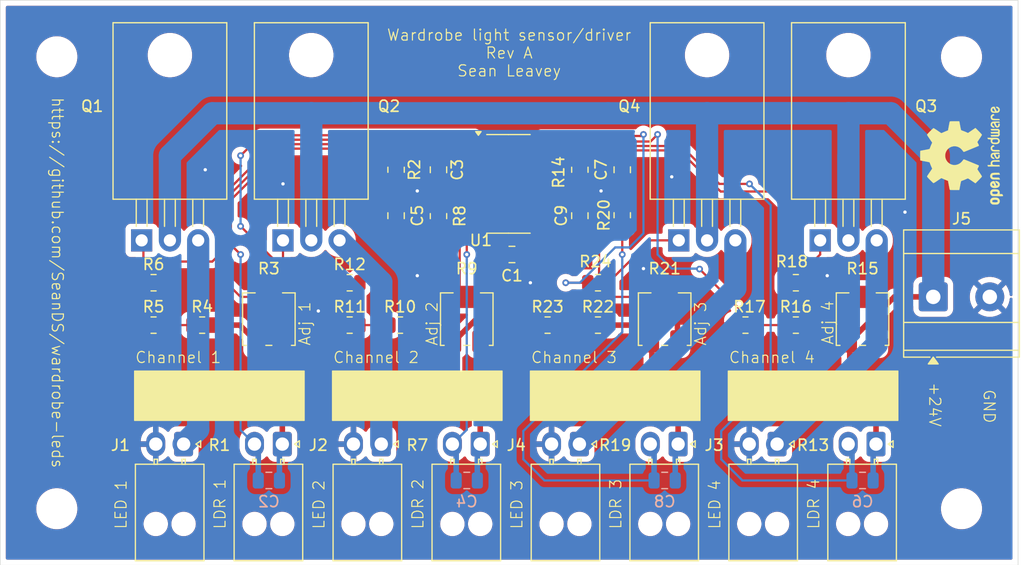
<source format=kicad_pcb>
(kicad_pcb (version 20241229) (generator "pcbnew") (generator_version "9.0")
  (title_block (title "Wardrobe light sensor/driver") (date "2025-08-01") (rev "A") (company "Sean Leavey") (comment 1 "https://github.com/SeanDS/wardrobe-leds"))
  (layers (0 "F.Cu" signal) (2 "B.Cu" signal) (13 "F.Paste" user) (15 "B.Paste" user) (5 "F.SilkS" user "F.Silkscreen") (7 "B.SilkS" user "B.Silkscreen") (1 "F.Mask" user) (3 "B.Mask" user) (25 "Edge.Cuts" user))
  (net 0 "")
  (net 1 "GND")
  (net 2 "+24V")
  (net 3 "Net-(U1A-+)")
  (net 4 "Net-(U1A--)")
  (net 5 "Net-(U1B-+)")
  (net 6 "Net-(U1B--)")
  (net 7 "Net-(U1C-+)")
  (net 8 "Net-(U1C--)")
  (net 9 "Net-(U1D-+)")
  (net 10 "Net-(U1D--)")
  (net 11 "Net-(J1-Pin_1)")
  (net 12 "Net-(J2-Pin_1)")
  (net 13 "Net-(J3-Pin_1)")
  (net 14 "Net-(J4-Pin_1)")
  (net 15 "Net-(Q1-G)")
  (net 16 "Net-(Q2-G)")
  (net 17 "Net-(Q3-G)")
  (net 18 "Net-(Q4-G)")
  (net 19 "Net-(R4-Pad1)")
  (net 20 "Net-(R10-Pad1)")
  (net 21 "Net-(R16-Pad1)")
  (net 22 "Net-(R22-Pad1)")
  (footprint "Potentiometer_SMD:Potentiometer_Bourns_3314J_Vertical" (layer "F.Cu") (at 170.18 109.95 180)
    (property "Reference" "R15" (at 0 4.54 0) (layer "F.SilkS"))
    (property "Value" "50k")
    (pad "1" smd roundrect (at 1.15 -2 180) (size 1.3 2) (layers "F.Cu" "F.Mask" "F.Paste") (roundrect_rratio 0.192308) (net 2 "+24V"))
    (pad "2" smd roundrect (at 0 2 180) (size 2 2) (layers "F.Cu" "F.Mask" "F.Paste") (roundrect_rratio 0.125) (net 8 "Net-(U1C--)"))
    (pad "3" smd roundrect (at -1.15 -2 180) (size 1.3 2) (layers "F.Cu" "F.Mask" "F.Paste") (roundrect_rratio 0.192308) (net 1 "GND"))
  )
  (footprint "Package_TO_SOT_THT:TO-220-3_Horizontal_TabDown" (layer "F.Cu") (at 118.11 102.87)
    (property "Reference" "Q2" (at 9.525 -12.065 0) (layer "F.SilkS"))
    (property "Value" "IRF540N")
    (pad "" np_thru_hole circle (at 2.54 -16.66) (size 3.5 3.5) (drill 3.5) (layers "*.Cu" "*.Mask"))
    (pad "1" thru_hole rect (at 0 0) (size 1.905 2) (drill 1.1) (layers "*.Cu" "*.Mask") (net 16 "Net-(Q2-G)"))
    (pad "2" thru_hole oval (at 2.54 0) (size 1.905 2) (drill 1.1) (layers "*.Cu" "*.Mask") (net 2 "+24V"))
    (pad "3" thru_hole oval (at 5.08 0) (size 1.905 2) (drill 1.1) (layers "*.Cu" "*.Mask") (net 12 "Net-(J2-Pin_1)"))
  )
  (footprint "Connector_Molex:Molex_Nano-Fit_105313-xx02_1x02_P2.50mm_Horizontal" (layer "F.Cu") (at 109.18 121.19 -90)
    (property "Reference" "J1" (at 0.095 5.675 180) (layer "F.SilkS"))
    (property "Value" "LED strip")
    (pad "" np_thru_hole circle (at 7.18 0 270) (size 1.7 1.7) (drill 1.7) (layers "*.Cu" "*.Mask"))
    (pad "" np_thru_hole circle (at 7.18 2.5 270) (size 1.7 1.7) (drill 1.7) (layers "*.Cu" "*.Mask"))
    (pad "1" thru_hole roundrect (at 0 0 270) (size 2.2 1.7) (drill 1.2) (layers "*.Cu" "*.Mask") (roundrect_rratio 0.147059) (net 11 "Net-(J1-Pin_1)"))
    (pad "2" thru_hole oval (at 0 2.5 270) (size 2.2 1.7) (drill 1.2) (layers "*.Cu" "*.Mask") (net 1 "GND"))
  )
  (footprint "Connector_Molex:Molex_Nano-Fit_105313-xx02_1x02_P2.50mm_Horizontal" (layer "F.Cu") (at 135.83 121.19 -90)
    (property "Reference" "R7" (at 0.095 5.655 180) (layer "F.SilkS"))
    (property "Value" "NSL-19M51")
    (pad "" np_thru_hole circle (at 7.18 0 270) (size 1.7 1.7) (drill 1.7) (layers "*.Cu" "*.Mask"))
    (pad "" np_thru_hole circle (at 7.18 2.5 270) (size 1.7 1.7) (drill 1.7) (layers "*.Cu" "*.Mask"))
    (pad "1" thru_hole roundrect (at 0 0 270) (size 2.2 1.7) (drill 1.2) (layers "*.Cu" "*.Mask") (roundrect_rratio 0.147059) (net 2 "+24V"))
    (pad "2" thru_hole oval (at 0 2.5 270) (size 2.2 1.7) (drill 1.2) (layers "*.Cu" "*.Mask") (net 5 "Net-(U1B-+)"))
  )
  (footprint "Resistor_SMD:R_0805_2012Metric" (layer "F.Cu") (at 164.1875 106.68 180)
    (property "Reference" "R18" (at 0.3575 1.905 0) (layer "F.SilkS"))
    (property "Value" "100R")
    (pad "1" smd roundrect (at -0.9125 0 180) (size 1.025 1.4) (layers "F.Cu" "F.Mask" "F.Paste") (roundrect_rratio 0.243902) (net 17 "Net-(Q3-G)"))
    (pad "2" smd roundrect (at 0.9125 0 180) (size 1.025 1.4) (layers "F.Cu" "F.Mask" "F.Paste") (roundrect_rratio 0.243902) (net 21 "Net-(R16-Pad1)"))
  )
  (footprint "Package_SO:SOIC-14_3.9x8.7mm_P1.27mm" (layer "F.Cu") (at 138.365 97.79)
    (property "Reference" "U1" (at -2.475 5.08 0) (layer "F.SilkS"))
    (property "Value" "LM339")
    (pad "1" smd roundrect (at -2.475 -3.81) (size 1.95 0.6) (layers "F.Cu" "F.Mask" "F.Paste") (net 20 "Net-(R10-Pad1)"))
    (pad "2" smd roundrect (at -2.475 -2.54) (size 1.95 0.6) (layers "F.Cu" "F.Mask" "F.Paste") (net 19 "Net-(R4-Pad1)"))
    (pad "3" smd roundrect (at -2.475 -1.27) (size 1.95 0.6) (layers "F.Cu" "F.Mask" "F.Paste") (net 2 "+24V"))
    (pad "4" smd roundrect (at -2.475 0) (size 1.95 0.6) (layers "F.Cu" "F.Mask" "F.Paste") (net 4 "Net-(U1A--)"))
    (pad "5" smd roundrect (at -2.475 1.27) (size 1.95 0.6) (layers "F.Cu" "F.Mask" "F.Paste") (net 3 "Net-(U1A-+)"))
    (pad "6" smd roundrect (at -2.475 2.54) (size 1.95 0.6) (layers "F.Cu" "F.Mask" "F.Paste") (net 6 "Net-(U1B--)"))
    (pad "7" smd roundrect (at -2.475 3.81) (size 1.95 0.6) (layers "F.Cu" "F.Mask" "F.Paste") (net 5 "Net-(U1B-+)"))
    (pad "8" smd roundrect (at 2.475 3.81) (size 1.95 0.6) (layers "F.Cu" "F.Mask" "F.Paste") (net 10 "Net-(U1D--)"))
    (pad "9" smd roundrect (at 2.475 2.54) (size 1.95 0.6) (layers "F.Cu" "F.Mask" "F.Paste") (net 9 "Net-(U1D-+)"))
    (pad "10" smd roundrect (at 2.475 1.27) (size 1.95 0.6) (layers "F.Cu" "F.Mask" "F.Paste") (net 8 "Net-(U1C--)"))
    (pad "11" smd roundrect (at 2.475 0) (size 1.95 0.6) (layers "F.Cu" "F.Mask" "F.Paste") (net 7 "Net-(U1C-+)"))
    (pad "12" smd roundrect (at 2.475 -1.27) (size 1.95 0.6) (layers "F.Cu" "F.Mask" "F.Paste") (net 1 "GND"))
    (pad "13" smd roundrect (at 2.475 -2.54) (size 1.95 0.6) (layers "F.Cu" "F.Mask" "F.Paste") (net 21 "Net-(R16-Pad1)"))
    (pad "14" smd roundrect (at 2.475 -3.81) (size 1.95 0.6) (layers "F.Cu" "F.Mask" "F.Paste") (net 22 "Net-(R22-Pad1)"))
  )
  (footprint "Capacitor_SMD:C_0805_2012Metric" (layer "F.Cu") (at 138.68 104.14)
    (property "Reference" "C1" (at 0 1.905 0) (layer "F.SilkS"))
    (property "Value" "1u")
    (pad "1" smd roundrect (at -0.95 0) (size 1 1.45) (layers "F.Cu" "F.Mask" "F.Paste") (net 2 "+24V"))
    (pad "2" smd roundrect (at 0.95 0) (size 1 1.45) (layers "F.Cu" "F.Mask" "F.Paste") (net 1 "GND"))
  )
  (footprint "MountingHole:MountingHole_3.2mm_M3" (layer "F.Cu") (at 179.07 86.36)
    (property "Reference" "H4" (hide yes))
    (property "Value" "Mounting hole" (hide yes))
    (pad "" np_thru_hole circle (at 0 0) (size 3.2 3.2) (drill 3.2) (layers "*.Cu" "*.Mask"))
  )
  (footprint "Resistor_SMD:R_0805_2012Metric" (layer "F.Cu") (at 124.1025 106.68)
    (property "Reference" "R12" (at 0 -1.65 0) (layer "F.SilkS"))
    (property "Value" "100R")
    (pad "1" smd roundrect (at -0.9125 0) (size 1.025 1.4) (layers "F.Cu" "F.Mask" "F.Paste") (roundrect_rratio 0.243902) (net 16 "Net-(Q2-G)"))
    (pad "2" smd roundrect (at 0.9125 0) (size 1.025 1.4) (layers "F.Cu" "F.Mask" "F.Paste") (roundrect_rratio 0.243902) (net 20 "Net-(R10-Pad1)"))
  )
  (footprint "Potentiometer_SMD:Potentiometer_Bourns_3314J_Vertical" (layer "F.Cu") (at 152.4 109.95 180)
    (property "Reference" "R21" (at 0 4.54 0) (layer "F.SilkS"))
    (property "Value" "50k")
    (pad "1" smd roundrect (at 1.15 -2 180) (size 1.3 2) (layers "F.Cu" "F.Mask" "F.Paste") (roundrect_rratio 0.192308) (net 2 "+24V"))
    (pad "2" smd roundrect (at 0 2 180) (size 2 2) (layers "F.Cu" "F.Mask" "F.Paste") (roundrect_rratio 0.125) (net 10 "Net-(U1D--)"))
    (pad "3" smd roundrect (at -1.15 -2 180) (size 1.3 2) (layers "F.Cu" "F.Mask" "F.Paste") (roundrect_rratio 0.192308) (net 1 "GND"))
  )
  (footprint "Connector_Molex:Molex_Nano-Fit_105313-xx02_1x02_P2.50mm_Horizontal" (layer "F.Cu") (at 126.94 121.19 -90)
    (property "Reference" "J2" (at 0.095 5.655 180) (layer "F.SilkS"))
    (property "Value" "LED strip")
    (pad "" np_thru_hole circle (at 7.18 0 270) (size 1.7 1.7) (drill 1.7) (layers "*.Cu" "*.Mask"))
    (pad "" np_thru_hole circle (at 7.18 2.5 270) (size 1.7 1.7) (drill 1.7) (layers "*.Cu" "*.Mask"))
    (pad "1" thru_hole roundrect (at 0 0 270) (size 2.2 1.7) (drill 1.2) (layers "*.Cu" "*.Mask") (roundrect_rratio 0.147059) (net 12 "Net-(J2-Pin_1)"))
    (pad "2" thru_hole oval (at 0 2.5 270) (size 2.2 1.7) (drill 1.2) (layers "*.Cu" "*.Mask") (net 1 "GND"))
  )
  (footprint "MountingHole:MountingHole_3.2mm_M3" (layer "F.Cu") (at 179.07 127)
    (property "Reference" "H2" (hide yes))
    (property "Value" "Mounting hole" (hide yes))
    (pad "" np_thru_hole circle (at 0 0) (size 3.2 3.2) (drill 3.2) (layers "*.Cu" "*.Mask"))
  )
  (footprint "Connector_Molex:Molex_Nano-Fit_105313-xx02_1x02_P2.50mm_Horizontal" (layer "F.Cu") (at 153.61 121.19 -90)
    (property "Reference" "R19" (at 0.095 5.655 180) (layer "F.SilkS"))
    (property "Value" "NSL-19M51")
    (pad "" np_thru_hole circle (at 7.18 0 270) (size 1.7 1.7) (drill 1.7) (layers "*.Cu" "*.Mask"))
    (pad "" np_thru_hole circle (at 7.18 2.5 270) (size 1.7 1.7) (drill 1.7) (layers "*.Cu" "*.Mask"))
    (pad "1" thru_hole roundrect (at 0 0 270) (size 2.2 1.7) (drill 1.2) (layers "*.Cu" "*.Mask") (roundrect_rratio 0.147059) (net 2 "+24V"))
    (pad "2" thru_hole oval (at 0 2.5 270) (size 2.2 1.7) (drill 1.2) (layers "*.Cu" "*.Mask") (net 9 "Net-(U1D-+)"))
  )
  (footprint "Potentiometer_SMD:Potentiometer_Bourns_3314J_Vertical" (layer "F.Cu") (at 116.84 109.95 180)
    (property "Reference" "R3" (at 0 4.54 0) (layer "F.SilkS"))
    (property "Value" "50k")
    (pad "1" smd roundrect (at 1.15 -2 180) (size 1.3 2) (layers "F.Cu" "F.Mask" "F.Paste") (roundrect_rratio 0.192308) (net 2 "+24V"))
    (pad "2" smd roundrect (at 0 2 180) (size 2 2) (layers "F.Cu" "F.Mask" "F.Paste") (roundrect_rratio 0.125) (net 4 "Net-(U1A--)"))
    (pad "3" smd roundrect (at -1.15 -2 180) (size 1.3 2) (layers "F.Cu" "F.Mask" "F.Paste") (roundrect_rratio 0.192308) (net 1 "GND"))
  )
  (footprint "MountingHole:MountingHole_3.2mm_M3" (layer "F.Cu") (at 97.79 127)
    (property "Reference" "H3" (hide yes))
    (property "Value" "Mounting hole" (hide yes))
    (pad "" np_thru_hole circle (at 0 0) (size 3.2 3.2) (drill 3.2) (layers "*.Cu" "*.Mask"))
  )
  (footprint "Package_TO_SOT_THT:TO-220-3_Horizontal_TabDown" (layer "F.Cu") (at 105.41 102.87)
    (property "Reference" "Q1" (at -4.445 -12.065 0) (layer "F.SilkS"))
    (property "Value" "IRF540N")
    (pad "" np_thru_hole circle (at 2.54 -16.66) (size 3.5 3.5) (drill 3.5) (layers "*.Cu" "*.Mask"))
    (pad "1" thru_hole rect (at 0 0) (size 1.905 2) (drill 1.1) (layers "*.Cu" "*.Mask") (net 15 "Net-(Q1-G)"))
    (pad "2" thru_hole oval (at 2.54 0) (size 1.905 2) (drill 1.1) (layers "*.Cu" "*.Mask") (net 2 "+24V"))
    (pad "3" thru_hole oval (at 5.08 0) (size 1.905 2) (drill 1.1) (layers "*.Cu" "*.Mask") (net 11 "Net-(J1-Pin_1)"))
  )
  (footprint "MountingHole:MountingHole_3.2mm_M3" (layer "F.Cu") (at 97.79 86.36)
    (property "Reference" "H1" (hide yes))
    (property "Value" "Mounting hole" (hide yes))
    (pad "" np_thru_hole circle (at 0 0) (size 3.2 3.2) (drill 3.2) (layers "*.Cu" "*.Mask"))
  )
  (footprint "Package_TO_SOT_THT:TO-220-3_Horizontal_TabDown" (layer "F.Cu") (at 166.37 102.87)
    (property "Reference" "Q3" (at 9.525 -12.065 0) (layer "F.SilkS"))
    (property "Value" "IRF540N")
    (pad "" np_thru_hole circle (at 2.54 -16.66) (size 3.5 3.5) (drill 3.5) (layers "*.Cu" "*.Mask"))
    (pad "1" thru_hole rect (at 0 0) (size 1.905 2) (drill 1.1) (layers "*.Cu" "*.Mask") (net 17 "Net-(Q3-G)"))
    (pad "2" thru_hole oval (at 2.54 0) (size 1.905 2) (drill 1.1) (layers "*.Cu" "*.Mask") (net 2 "+24V"))
    (pad "3" thru_hole oval (at 5.08 0) (size 1.905 2) (drill 1.1) (layers "*.Cu" "*.Mask") (net 13 "Net-(J3-Pin_1)"))
  )
  (footprint "Resistor_SMD:R_0805_2012Metric" (layer "F.Cu") (at 106.4825 106.68)
    (property "Reference" "R6" (at 0 -1.65 0) (layer "F.SilkS"))
    (property "Value" "100R")
    (pad "1" smd roundrect (at -0.9125 0) (size 1.025 1.4) (layers "F.Cu" "F.Mask" "F.Paste") (roundrect_rratio 0.243902) (net 15 "Net-(Q1-G)"))
    (pad "2" smd roundrect (at 0.9125 0) (size 1.025 1.4) (layers "F.Cu" "F.Mask" "F.Paste") (roundrect_rratio 0.243902) (net 19 "Net-(R4-Pad1)"))
  )
  (footprint "Resistor_SMD:R_0805_2012Metric" (layer "F.Cu") (at 164.1875 110.49)
    (property "Reference" "R16" (at 0 -1.65 0) (layer "F.SilkS"))
    (property "Value" "10k")
    (pad "1" smd roundrect (at -0.9125 0) (size 1.025 1.4) (layers "F.Cu" "F.Mask" "F.Paste") (roundrect_rratio 0.243902) (net 21 "Net-(R16-Pad1)"))
    (pad "2" smd roundrect (at 0.9125 0) (size 1.025 1.4) (layers "F.Cu" "F.Mask" "F.Paste") (roundrect_rratio 0.243902) (net 2 "+24V"))
  )
  (footprint "Capacitor_SMD:C_0805_2012Metric" (layer "F.Cu") (at 128.27 100.65 90)
    (property "Reference" "C5" (at 0 1.905 90) (layer "F.SilkS"))
    (property "Value" "1u")
    (pad "1" smd roundrect (at -0.95 0 90) (size 1 1.45) (layers "F.Cu" "F.Mask" "F.Paste") (net 6 "Net-(U1B--)"))
    (pad "2" smd roundrect (at 0.95 0 90) (size 1 1.45) (layers "F.Cu" "F.Mask" "F.Paste") (net 1 "GND"))
  )
  (footprint "Resistor_SMD:R_0805_2012Metric" (layer "F.Cu") (at 128.27 96.52 -90)
    (property "Reference" "R2" (at 0 -1.65 90) (layer "F.SilkS"))
    (property "Value" "100k")
    (pad "1" smd roundrect (at -0.9125 0 270) (size 1.025 1.4) (layers "F.Cu" "F.Mask" "F.Paste") (roundrect_rratio 0.243902) (net 3 "Net-(U1A-+)"))
    (pad "2" smd roundrect (at 0.9125 0 270) (size 1.025 1.4) (layers "F.Cu" "F.Mask" "F.Paste") (roundrect_rratio 0.243902) (net 1 "GND"))
  )
  (footprint "Resistor_SMD:R_0805_2012Metric" (layer "F.Cu") (at 144.78 96.52 -90)
    (property "Reference" "R14" (at 0.227064 1.905 90) (layer "F.SilkS"))
    (property "Value" "100k")
    (pad "1" smd roundrect (at -0.9125 0 270) (size 1.025 1.4) (layers "F.Cu" "F.Mask" "F.Paste") (roundrect_rratio 0.243902) (net 7 "Net-(U1C-+)"))
    (pad "2" smd roundrect (at 0.9125 0 270) (size 1.025 1.4) (layers "F.Cu" "F.Mask" "F.Paste") (roundrect_rratio 0.243902) (net 1 "GND"))
  )
  (footprint "Connector_Molex:Molex_Nano-Fit_105313-xx02_1x02_P2.50mm_Horizontal" (layer "F.Cu") (at 144.74 121.19 -90)
    (property "Reference" "J4" (at 0.095 5.675 180) (layer "F.SilkS"))
    (property "Value" "LED strip")
    (pad "" np_thru_hole circle (at 7.18 0 270) (size 1.7 1.7) (drill 1.7) (layers "*.Cu" "*.Mask"))
    (pad "" np_thru_hole circle (at 7.18 2.5 270) (size 1.7 1.7) (drill 1.7) (layers "*.Cu" "*.Mask"))
    (pad "1" thru_hole roundrect (at 0 0 270) (size 2.2 1.7) (drill 1.2) (layers "*.Cu" "*.Mask") (roundrect_rratio 0.147059) (net 14 "Net-(J4-Pin_1)"))
    (pad "2" thru_hole oval (at 0 2.5 270) (size 2.2 1.7) (drill 1.2) (layers "*.Cu" "*.Mask") (net 1 "GND"))
  )
  (footprint "Package_TO_SOT_THT:TO-220-3_Horizontal_TabDown" (layer "F.Cu") (at 153.67 102.87)
    (property "Reference" "Q4" (at -4.445 -12.065 0) (layer "F.SilkS"))
    (property "Value" "IRF540N")
    (pad "" np_thru_hole circle (at 2.54 -16.66) (size 3.5 3.5) (drill 3.5) (layers "*.Cu" "*.Mask"))
    (pad "1" thru_hole rect (at 0 0) (size 1.905 2) (drill 1.1) (layers "*.Cu" "*.Mask") (net 18 "Net-(Q4-G)"))
    (pad "2" thru_hole oval (at 2.54 0) (size 1.905 2) (drill 1.1) (layers "*.Cu" "*.Mask") (net 2 "+24V"))
    (pad "3" thru_hole oval (at 5.08 0) (size 1.905 2) (drill 1.1) (layers "*.Cu" "*.Mask") (net 14 "Net-(J4-Pin_1)"))
  )
  (footprint "Resistor_SMD:R_0805_2012Metric" (layer "F.Cu") (at 124.1025 110.49)
    (property "Reference" "R11" (at 0 -1.65 0) (layer "F.SilkS"))
    (property "Value" "100k")
    (pad "1" smd roundrect (at -0.9125 0) (size 1.025 1.4) (layers "F.Cu" "F.Mask" "F.Paste") (roundrect_rratio 0.243902) (net 1 "GND"))
    (pad "2" smd roundrect (at 0.9125 0) (size 1.025 1.4) (layers "F.Cu" "F.Mask" "F.Paste") (roundrect_rratio 0.243902) (net 20 "Net-(R10-Pad1)"))
  )
  (footprint "Resistor_SMD:R_0805_2012Metric" (layer "F.Cu") (at 106.4825 110.49)
    (property "Reference" "R5" (at 0 -1.65 0) (layer "F.SilkS"))
    (property "Value" "100k")
    (pad "1" smd roundrect (at -0.9125 0) (size 1.025 1.4) (layers "F.Cu" "F.Mask" "F.Paste") (roundrect_rratio 0.243902) (net 1 "GND"))
    (pad "2" smd roundrect (at 0.9125 0) (size 1.025 1.4) (layers "F.Cu" "F.Mask" "F.Paste") (roundrect_rratio 0.243902) (net 19 "Net-(R4-Pad1)"))
  )
  (footprint "Symbol:OSHW-Logo2_9.8x8mm_SilkScreen" (layer "F.Cu") (at 179.07 95.25 90)
    (property "Reference" "REF**" (hide yes))
    (property "Value" "OSHW-Logo2_9.8x8mm_SilkScreen" (hide yes))
  )
  (footprint "Capacitor_SMD:C_0805_2012Metric" (layer "F.Cu") (at 144.78 100.65 90)
    (property "Reference" "C9" (at 0 -1.68 90) (layer "F.SilkS"))
    (property "Value" "1u")
    (pad "1" smd roundrect (at -0.95 0 90) (size 1 1.45) (layers "F.Cu" "F.Mask" "F.Paste") (net 10 "Net-(U1D--)"))
    (pad "2" smd roundrect (at 0.95 0 90) (size 1 1.45) (layers "F.Cu" "F.Mask" "F.Paste") (net 1 "GND"))
  )
  (footprint "Capacitor_SMD:C_0805_2012Metric" (layer "F.Cu") (at 148.59 96.52 -90)
    (property "Reference" "C7" (at 0 1.905 90) (layer "F.SilkS"))
    (property "Value" "1u")
    (pad "1" smd roundrect (at -0.95 0 270) (size 1 1.45) (layers "F.Cu" "F.Mask" "F.Paste") (net 8 "Net-(U1C--)"))
    (pad "2" smd roundrect (at 0.95 0 270) (size 1 1.45) (layers "F.Cu" "F.Mask" "F.Paste") (net 1 "GND"))
  )
  (footprint "Connector_Molex:Molex_Nano-Fit_105313-xx02_1x02_P2.50mm_Horizontal" (layer "F.Cu") (at 162.5 121.19 -90)
    (property "Reference" "J3" (at 0.095 5.655 180) (layer "F.SilkS"))
    (property "Value" "LED strip")
    (pad "" np_thru_hole circle (at 7.18 0 270) (size 1.7 1.7) (drill 1.7) (layers "*.Cu" "*.Mask"))
    (pad "" np_thru_hole circle (at 7.18 2.5 270) (size 1.7 1.7) (drill 1.7) (layers "*.Cu" "*.Mask"))
    (pad "1" thru_hole roundrect (at 0 0 270) (size 2.2 1.7) (drill 1.2) (layers "*.Cu" "*.Mask") (roundrect_rratio 0.147059) (net 13 "Net-(J3-Pin_1)"))
    (pad "2" thru_hole oval (at 0 2.5 270) (size 2.2 1.7) (drill 1.2) (layers "*.Cu" "*.Mask") (net 1 "GND"))
  )
  (footprint "Resistor_SMD:R_0805_2012Metric" (layer "F.Cu") (at 146.4075 110.49)
    (property "Reference" "R22" (at 0 -1.65 0) (layer "F.SilkS"))
    (property "Value" "10k")
    (pad "1" smd roundrect (at -0.9125 0) (size 1.025 1.4) (layers "F.Cu" "F.Mask" "F.Paste") (roundrect_rratio 0.243902) (net 22 "Net-(R22-Pad1)"))
    (pad "2" smd roundrect (at 0.9125 0) (size 1.025 1.4) (layers "F.Cu" "F.Mask" "F.Paste") (roundrect_rratio 0.243902) (net 2 "+24V"))
  )
  (footprint "Resistor_SMD:R_0805_2012Metric" (layer "F.Cu") (at 148.59 100.6075 90)
    (property "Reference" "R20" (at 0 -1.65 90) (layer "F.SilkS"))
    (property "Value" "100k")
    (pad "1" smd roundrect (at -0.9125 0 90) (size 1.025 1.4) (layers "F.Cu" "F.Mask" "F.Paste") (roundrect_rratio 0.243902) (net 9 "Net-(U1D-+)"))
    (pad "2" smd roundrect (at 0.9125 0 90) (size 1.025 1.4) (layers "F.Cu" "F.Mask" "F.Paste") (roundrect_rratio 0.243902) (net 1 "GND"))
  )
  (footprint "Resistor_SMD:R_0805_2012Metric" (layer "F.Cu") (at 132.08 100.6875 90)
    (property "Reference" "R8" (at 0 1.905 90) (layer "F.SilkS"))
    (property "Value" "100k")
    (pad "1" smd roundrect (at -0.9125 0 90) (size 1.025 1.4) (layers "F.Cu" "F.Mask" "F.Paste") (roundrect_rratio 0.243902) (net 5 "Net-(U1B-+)"))
    (pad "2" smd roundrect (at 0.9125 0 90) (size 1.025 1.4) (layers "F.Cu" "F.Mask" "F.Paste") (roundrect_rratio 0.243902) (net 1 "GND"))
  )
  (footprint "Resistor_SMD:R_0805_2012Metric" (layer "F.Cu") (at 110.8475 110.49)
    (property "Reference" "R4" (at 0 -1.65 0) (layer "F.SilkS"))
    (property "Value" "10k")
    (pad "1" smd roundrect (at -0.9125 0) (size 1.025 1.4) (layers "F.Cu" "F.Mask" "F.Paste") (roundrect_rratio 0.243902) (net 19 "Net-(R4-Pad1)"))
    (pad "2" smd roundrect (at 0.9125 0) (size 1.025 1.4) (layers "F.Cu" "F.Mask" "F.Paste") (roundrect_rratio 0.243902) (net 2 "+24V"))
  )
  (footprint "Resistor_SMD:R_0805_2012Metric" (layer "F.Cu") (at 146.4075 106.68 180)
    (property "Reference" "R24" (at 0.227064 1.905 0) (layer "F.SilkS"))
    (property "Value" "100R")
    (pad "1" smd roundrect (at -0.9125 0 180) (size 1.025 1.4) (layers "F.Cu" "F.Mask" "F.Paste") (roundrect_rratio 0.243902) (net 18 "Net-(Q4-G)"))
    (pad "2" smd roundrect (at 0.9125 0 180) (size 1.025 1.4) (layers "F.Cu" "F.Mask" "F.Paste") (roundrect_rratio 0.243902) (net 22 "Net-(R22-Pad1)"))
  )
  (footprint "Resistor_SMD:R_0805_2012Metric" (layer "F.Cu") (at 159.6625 110.49)
    (property "Reference" "R17" (at 0.3575 -1.65 0) (layer "F.SilkS"))
    (property "Value" "100k")
    (pad "1" smd roundrect (at -0.9125 0) (size 1.025 1.4) (layers "F.Cu" "F.Mask" "F.Paste") (roundrect_rratio 0.243902) (net 1 "GND"))
    (pad "2" smd roundrect (at 0.9125 0) (size 1.025 1.4) (layers "F.Cu" "F.Mask" "F.Paste") (roundrect_rratio 0.243902) (net 21 "Net-(R16-Pad1)"))
  )
  (footprint "Resistor_SMD:R_0805_2012Metric" (layer "F.Cu") (at 141.8825 110.49)
    (property "Reference" "R23" (at 0 -1.65 0) (layer "F.SilkS"))
    (property "Value" "100k")
    (pad "1" smd roundrect (at -0.9125 0) (size 1.025 1.4) (layers "F.Cu" "F.Mask" "F.Paste") (roundrect_rratio 0.243902) (net 1 "GND"))
    (pad "2" smd roundrect (at 0.9125 0) (size 1.025 1.4) (layers "F.Cu" "F.Mask" "F.Paste") (roundrect_rratio 0.243902) (net 22 "Net-(R22-Pad1)"))
  )
  (footprint "Connector_Molex:Molex_Nano-Fit_105313-xx02_1x02_P2.50mm_Horizontal" (layer "F.Cu") (at 171.39 121.19 -90)
    (property "Reference" "R13" (at 0.095 5.655 180) (layer "F.SilkS"))
    (property "Value" "NSL-19M51")
    (pad "" np_thru_hole circle (at 7.18 0 270) (size 1.7 1.7) (drill 1.7) (layers "*.Cu" "*.Mask"))
    (pad "" np_thru_hole circle (at 7.18 2.5 270) (size 1.7 1.7) (drill 1.7) (layers "*.Cu" "*.Mask"))
    (pad "1" thru_hole roundrect (at 0 0 270) (size 2.2 1.7) (drill 1.2) (layers "*.Cu" "*.Mask") (roundrect_rratio 0.147059) (net 2 "+24V"))
    (pad "2" thru_hole oval (at 0 2.5 270) (size 2.2 1.7) (drill 1.2) (layers "*.Cu" "*.Mask") (net 7 "Net-(U1C-+)"))
  )
  (footprint "Potentiometer_SMD:Potentiometer_Bourns_3314J_Vertical" (layer "F.Cu") (at 134.62 109.95 180)
    (property "Reference" "R9" (at 0 4.54 0) (layer "F.SilkS"))
    (property "Value" "50k")
    (pad "1" smd roundrect (at 1.15 -2 180) (size 1.3 2) (layers "F.Cu" "F.Mask" "F.Paste") (roundrect_rratio 0.192308) (net 2 "+24V"))
    (pad "2" smd roundrect (at 0 2 180) (size 2 2) (layers "F.Cu" "F.Mask" "F.Paste") (roundrect_rratio 0.125) (net 6 "Net-(U1B--)"))
    (pad "3" smd roundrect (at -1.15 -2 180) (size 1.3 2) (layers "F.Cu" "F.Mask" "F.Paste") (roundrect_rratio 0.192308) (net 1 "GND"))
  )
  (footprint "Resistor_SMD:R_0805_2012Metric" (layer "F.Cu") (at 128.6275 110.49)
    (property "Reference" "R10" (at 0 -1.65 0) (layer "F.SilkS"))
    (property "Value" "10k")
    (pad "1" smd roundrect (at -0.9125 0) (size 1.025 1.4) (layers "F.Cu" "F.Mask" "F.Paste") (roundrect_rratio 0.243902) (net 20 "Net-(R10-Pad1)"))
    (pad "2" smd roundrect (at 0.9125 0) (size 1.025 1.4) (layers "F.Cu" "F.Mask" "F.Paste") (roundrect_rratio 0.243902) (net 2 "+24V"))
  )
  (footprint "TerminalBlock_Phoenix:TerminalBlock_Phoenix_MKDS-3-2-5.08_1x02_P5.08mm_Horizontal" (layer "F.Cu") (at 176.53 107.95)
    (property "Reference" "J5" (at 2.54 -7.02 0) (layer "F.SilkS"))
    (property "Value" "Power")
    (pad "1" thru_hole roundrect (at 0 0) (size 2.6 2.6) (drill 1.3) (layers "*.Cu" "*.Mask") (roundrect_rratio 0.096154) (net 2 "+24V"))
    (pad "2" thru_hole circle (at 5.08 0) (size 2.6 2.6) (drill 1.3) (layers "*.Cu" "*.Mask") (net 1 "GND"))
  )
  (footprint "Connector_Molex:Molex_Nano-Fit_105313-xx02_1x02_P2.50mm_Horizontal" (layer "F.Cu") (at 118.05 121.19 -90)
    (property "Reference" "R1" (at 0.095 5.655 180) (layer "F.SilkS"))
    (property "Value" "NSL-19M51")
    (pad "" np_thru_hole circle (at 7.18 0 270) (size 1.7 1.7) (drill 1.7) (layers "*.Cu" "*.Mask"))
    (pad "" np_thru_hole circle (at 7.18 2.5 270) (size 1.7 1.7) (drill 1.7) (layers "*.Cu" "*.Mask"))
    (pad "1" thru_hole roundrect (at 0 0 270) (size 2.2 1.7) (drill 1.2) (layers "*.Cu" "*.Mask") (roundrect_rratio 0.147059) (net 2 "+24V"))
    (pad "2" thru_hole oval (at 0 2.5 270) (size 2.2 1.7) (drill 1.2) (layers "*.Cu" "*.Mask") (net 3 "Net-(U1A-+)"))
  )
  (footprint "Capacitor_SMD:C_0805_2012Metric" (layer "F.Cu") (at 132.08 96.52 -90)
    (property "Reference" "C3" (at 0 -1.68 90) (layer "F.SilkS"))
    (property "Value" "1u")
    (pad "1" smd roundrect (at -0.95 0 270) (size 1 1.45) (layers "F.Cu" "F.Mask" "F.Paste") (net 4 "Net-(U1A--)"))
    (pad "2" smd roundrect (at 0.95 0 270) (size 1 1.45) (layers "F.Cu" "F.Mask" "F.Paste") (net 1 "GND"))
  )
  (footprint "Capacitor_SMD:C_0805_2012Metric" (layer "B.Cu") (at 170.18 124.46 180)
    (property "Reference" "C6" (at 0 -1.905 180) (layer "B.SilkS") (effects (justify mirror)))
    (property "Value" "1u")
    (pad "1" smd roundrect (at -0.95 0 180) (size 1 1.45) (layers "B.Cu" "B.Mask" "B.Paste") (net 2 "+24V"))
    (pad "2" smd roundrect (at 0.95 0 180) (size 1 1.45) (layers "B.Cu" "B.Mask" "B.Paste") (net 7 "Net-(U1C-+)"))
  )
  (footprint "Capacitor_SMD:C_0805_2012Metric" (layer "B.Cu") (at 116.84 124.46 180)
    (property "Reference" "C2" (at 0 -1.905 180) (layer "B.SilkS") (effects (justify mirror)))
    (property "Value" "1u")
    (pad "1" smd roundrect (at -0.95 0 180) (size 1 1.45) (layers "B.Cu" "B.Mask" "B.Paste") (net 2 "+24V"))
    (pad "2" smd roundrect (at 0.95 0 180) (size 1 1.45) (layers "B.Cu" "B.Mask" "B.Paste") (net 3 "Net-(U1A-+)"))
  )
  (footprint "Capacitor_SMD:C_0805_2012Metric" (layer "B.Cu") (at 134.62 124.46 180)
    (property "Reference" "C4" (at 0 -1.905 180) (layer "B.SilkS") (effects (justify mirror)))
    (property "Value" "1u")
    (pad "1" smd roundrect (at -0.95 0 180) (size 1 1.45) (layers "B.Cu" "B.Mask" "B.Paste") (net 2 "+24V"))
    (pad "2" smd roundrect (at 0.95 0 180) (size 1 1.45) (layers "B.Cu" "B.Mask" "B.Paste") (net 5 "Net-(U1B-+)"))
  )
  (footprint "Capacitor_SMD:C_0805_2012Metric" (layer "B.Cu") (at 152.4 124.46 180)
    (property "Reference" "C8" (at 0 -1.905 180) (layer "B.SilkS") (effects (justify mirror)))
    (property "Value" "1u")
    (pad "1" smd roundrect (at -0.95 0 180) (size 1 1.45) (layers "B.Cu" "B.Mask" "B.Paste") (net 2 "+24V"))
    (pad "2" smd roundrect (at 0.95 0 180) (size 1 1.45) (layers "B.Cu" "B.Mask" "B.Paste") (net 9 "Net-(U1D-+)"))
  )
  (gr_rect (start 122.555 114.6175) (end 137.795 119.0625) (stroke (width 0.1)) (fill yes) (layer "F.SilkS"))
  (gr_rect (start 158.115 114.6175) (end 173.355 119.0625) (stroke (width 0.1)) (fill yes) (layer "F.SilkS"))
  (gr_rect (start 140.335 114.6175) (end 155.575 119.0625) (stroke (width 0.1)) (fill yes) (layer "F.SilkS"))
  (gr_rect (start 104.775 114.6175) (end 120.015 119.0625) (stroke (width 0.1)) (fill yes) (layer "F.SilkS"))
  (gr_rect (start 92.71 81.28) (end 184.15 132.08) (stroke (width 0.05)) (fill no) (layer "Edge.Cuts"))
  (gr_text "LDR 4" (at 166.37 128.905 90) (layer "F.SilkS") (effects (font (size 1 1) (thickness 0.1)) (justify left bottom)))
  (gr_text "Adj 2" (at 132.08 112.395 90) (layer "F.SilkS") (effects (font (size 1 1) (thickness 0.1)) (justify left bottom)))
  (gr_text "+24V" (at 176.09 115.57 270) (layer "F.SilkS") (effects (font (size 1 1) (thickness 0.1)) (justify left bottom)))
  (gr_text "Channel 2" (at 122.555 113.9825 0) (layer "F.SilkS") (effects (font (size 1 1) (thickness 0.1)) (justify left bottom)))
  (gr_text "LED 1" (at 104.14 128.905 90) (layer "F.SilkS") (effects (font (size 1 1) (thickness 0.1)) (justify left bottom)))
  (gr_text "LDR 3" (at 148.59 128.905 90) (layer "F.SilkS") (effects (font (size 1 1) (thickness 0.1)) (justify left bottom)))
  (gr_text "LED 4" (at 157.48 128.905 90) (layer "F.SilkS") (effects (font (size 1 1) (thickness 0.1)) (justify left bottom)))
  (gr_text "LDR 1" (at 113.03 128.905 90) (layer "F.SilkS") (effects (font (size 1 1) (thickness 0.1)) (justify left bottom)))
  (gr_text "Channel 1" (at 104.775 113.9825 0) (layer "F.SilkS") (effects (font (size 1 1) (thickness 0.1)) (justify left bottom)))
  (gr_text "LDR 2" (at 130.81 128.905 90) (layer "F.SilkS") (effects (font (size 1 1) (thickness 0.1)) (justify left bottom)))
  (gr_text "Adj 1" (at 120.65 112.395 90) (layer "F.SilkS") (effects (font (size 1 1) (thickness 0.1)) (justify left bottom)))
  (gr_text "LED 2" (at 121.92 128.905 90) (layer "F.SilkS") (effects (font (size 1 1) (thickness 0.1)) (justify left bottom)))
  (gr_text "LED 3" (at 139.7 128.905 90) (layer "F.SilkS") (effects (font (size 1 1) (thickness 0.1)) (justify left bottom)))
  (gr_text "Channel 3" (at 140.335 113.9825 0) (layer "F.SilkS") (effects (font (size 1 1) (thickness 0.1)) (justify left bottom)))
  (gr_text "GND" (at 180.975 116.205 270) (layer "F.SilkS") (effects (font (size 1 1) (thickness 0.1)) (justify left bottom)))
  (gr_text "https://github.com/SeanDS/wardrobe-leds" (at 98.425 106.68 270) (layer "F.SilkS") (effects (font (size 1 1) (thickness 0.1)) (justify top)))
  (gr_text "Adj 4" (at 167.64 112.31 90) (layer "F.SilkS") (effects (font (size 1 1) (thickness 0.1)) (justify left bottom)))
  (gr_text "Channel 4" (at 158.115 113.9825 0) (layer "F.SilkS") (effects (font (size 1 1) (thickness 0.1)) (justify left bottom)))
  (gr_text "Adj 3" (at 156.21 112.395 90) (layer "F.SilkS") (effects (font (size 1 1) (thickness 0.1)) (justify left bottom)))
  (gr_text "${TITLE}\nRev ${REVISION}\n${COMPANY}" (at 138.43 83.82 0) (layer "F.SilkS") (effects (font (size 1 1) (thickness 0.1)) (justify top)))
  (via (at 153.035 97.155) (size 0.6) (drill 0.3) (layers "F.Cu" "B.Cu") (net 1))
  (via (at 121.285 109.22) (size 0.6) (drill 0.3) (layers "F.Cu" "B.Cu") (net 1))
  (via (at 130.175 106.045) (size 0.6) (drill 0.3) (layers "F.Cu" "B.Cu") (net 1))
  (via (at 118.11 97.79) (size 0.6) (drill 0.3) (layers "F.Cu" "B.Cu") (net 1))
  (via (at 173.99 100.33) (size 0.6) (drill 0.3) (layers "F.Cu" "B.Cu") (net 1))
  (via (at 130.175 98.425) (size 0.6) (drill 0.3) (layers "F.Cu" "B.Cu") (net 1))
  (via (at 111.125 96.52) (size 0.6) (drill 0.3) (layers "F.Cu" "B.Cu") (net 1))
  (via (at 140.335 106.68) (size 0.6) (drill 0.3) (layers "F.Cu" "B.Cu") (net 1))
  (via (at 150.495 105.41) (size 0.6) (drill 0.3) (layers "F.Cu" "B.Cu") (net 1))
  (via (at 146.685 98.425) (size 0.6) (drill 0.3) (layers "F.Cu" "B.Cu") (net 1))
  (via (at 167.005 106.045) (size 0.6) (drill 0.3) (layers "F.Cu" "B.Cu") (net 1))
  (segment (start 167.57 110.49) (end 165.1 110.49) (width 0.5) (layer "F.Cu") (net 2))
  (segment (start 176.53 107.95) (end 173.03 107.95) (width 0.5) (layer "F.Cu") (net 2))
  (segment (start 151.25 111.95) (end 149.79 110.49) (width 0.5) (layer "F.Cu") (net 2))
  (segment (start 153.61 116.265) (end 153.67 116.205) (width 0.5) (layer "F.Cu") (net 2))
  (segment (start 117.79 120.93) (end 118.05 121.19) (width 0.2) (layer "F.Cu") (net 2))
  (segment (start 137.73 97.385001) (end 136.864999 96.52) (width 0.5) (layer "F.Cu") (net 2))
  (segment (start 151.25 116.205) (end 153.67 116.205) (width 0.5) (layer "F.Cu") (net 2))
  (segment (start 153.61 121.19) (end 153.61 116.265) (width 0.5) (layer "F.Cu") (net 2))
  (segment (start 115.69 111.95) (end 115.69 113.785) (width 0.5) (layer "F.Cu") (net 2))
  (segment (start 118.05 121.19) (end 118.05 116.265) (width 0.5) (layer "F.Cu") (net 2))
  (segment (start 153.67 116.205) (end 169.03 116.205) (width 0.5) (layer "F.Cu") (net 2))
  (segment (start 133.47 111.95) (end 133.47 116.205) (width 0.5) (layer "F.Cu") (net 2))
  (segment (start 169.03 111.95) (end 169.03 116.205) (width 0.5) (layer "F.Cu") (net 2))
  (segment (start 169.03 111.95) (end 167.57 110.49) (width 0.5) (layer "F.Cu") (net 2))
  (segment (start 133.47 116.205) (end 135.89 116.205) (width 0.5) (layer "F.Cu") (net 2))
  (segment (start 129.54 110.49) (end 132.01 110.49) (width 0.5) (layer "F.Cu") (net 2))
  (segment (start 115.69 113.785) (end 118.11 116.205) (width 0.5) (layer "F.Cu") (net 2))
  (segment (start 135.89 116.205) (end 151.25 116.205) (width 0.5) (layer "F.Cu") (net 2))
  (segment (start 149.79 110.49) (end 147.32 110.49) (width 0.5) (layer "F.Cu") (net 2))
  (segment (start 135.83 116.265) (end 135.89 116.205) (width 0.5) (layer "F.Cu") (net 2))
  (segment (start 133.47 111.95) (end 133.16 111.95) (width 0.5) (layer "F.Cu") (net 2))
  (segment (start 136.864999 96.52) (end 135.89 96.52) (width 0.5) (layer "F.Cu") (net 2))
  (segment (start 171.39 118.565) (end 169.03 116.205) (width 0.5) (layer "F.Cu") (net 2))
  (segment (start 132.01 110.49) (end 133.47 111.95) (width 0.5) (layer "F.Cu") (net 2))
  (segment (start 118.11 116.205) (end 133.47 116.205) (width 0.5) (layer "F.Cu") (net 2))
  (segment (start 118.05 116.265) (end 118.11 116.205) (width 0.5) (layer "F.Cu") (net 2))
  (segment (start 171.39 121.19) (end 171.39 118.565) (width 0.5) (layer "F.Cu") (net 2))
  (segment (start 173.03 107.95) (end 169.03 111.95) (width 0.5) (layer "F.Cu") (net 2))
  (segment (start 137.73 107.69) (end 137.73 104.14) (width 0.5) (layer "F.Cu") (net 2))
  (segment (start 133.47 111.95) (end 137.73 107.69) (width 0.5) (layer "F.Cu") (net 2))
  (segment (start 114.23 110.49) (end 111.76 110.49) (width 0.5) (layer "F.Cu") (net 2))
  (segment (start 115.69 111.95) (end 114.23 110.49) (width 0.5) (layer "F.Cu") (net 2))
  (segment (start 151.25 111.95) (end 151.25 116.205) (width 0.5) (layer "F.Cu") (net 2))
  (segment (start 137.73 104.14) (end 137.73 97.385001) (width 0.5) (layer "F.Cu") (net 2))
  (segment (start 135.83 121.19) (end 135.83 116.265) (width 0.5) (layer "F.Cu") (net 2))
  (segment (start 111.76 91.44) (end 120.65 91.44) (width 2) (layer "B.Cu") (net 2))
  (segment (start 161.29 91.44) (end 165.1 91.44) (width 2) (layer "B.Cu") (net 2))
  (segment (start 156.21 102.87) (end 156.21 91.44) (width 2) (layer "B.Cu") (net 2))
  (segment (start 120.65 97.79) (end 120.65 95.25) (width 2) (layer "B.Cu") (net 2))
  (segment (start 107.95 102.87) (end 107.95 95.25) (width 2) (layer "B.Cu") (net 2))
  (segment (start 168.91 95.25) (end 168.91 102.87) (width 2) (layer "B.Cu") (net 2))
  (segment (start 176.53 107.95) (end 176.53 95.25) (width 2) (layer "B.Cu") (net 2))
  (segment (start 168.91 102.87) (end 168.91 91.44) (width 2) (layer "B.Cu") (net 2))
  (segment (start 107.95 95.25) (end 111.76 91.44) (width 2) (layer "B.Cu") (net 2))
  (segment (start 176.53 95.25) (end 172.72 91.44) (width 2) (layer "B.Cu") (net 2))
  (segment (start 135.57 121.45) (end 135.83 121.19) (width 0.5) (layer "B.Cu") (net 2))
  (segment (start 117.79 124.46) (end 117.79 121.45) (width 0.5) (layer "B.Cu") (net 2))
  (segment (start 171.13 121.45) (end 171.39 121.19) (width 0.5) (layer "B.Cu") (net 2))
  (segment (start 172.72 91.44) (end 168.91 91.44) (width 2) (layer "B.Cu") (net 2))
  (segment (start 120.65 97.79) (end 120.65 91.44) (width 2) (layer "B.Cu") (net 2))
  (segment (start 153.35 124.46) (end 153.35 121.45) (width 0.5) (layer "B.Cu") (net 2))
  (segment (start 120.65 102.87) (end 120.65 97.79) (width 2) (layer "B.Cu") (net 2))
  (segment (start 147.32 91.44) (end 156.21 91.44) (width 2) (layer "B.Cu") (net 2))
  (segment (start 168.91 91.44) (end 161.29 91.44) (width 2) (layer "B.Cu") (net 2))
  (segment (start 153.35 121.45) (end 153.61 121.19) (width 0.5) (layer "B.Cu") (net 2))
  (segment (start 127 91.44) (end 147.32 91.44) (width 2) (layer "B.Cu") (net 2))
  (segment (start 156.21 91.44) (end 161.29 91.44) (width 2) (layer "B.Cu") (net 2))
  (segment (start 171.13 124.46) (end 171.13 121.45) (width 0.5) (layer "B.Cu") (net 2))
  (segment (start 124.46 91.44) (end 127 91.44) (width 2) (layer "B.Cu") (net 2))
  (segment (start 135.57 124.46) (end 135.57 121.45) (width 0.5) (layer "B.Cu") (net 2))
  (segment (start 117.79 121.45) (end 118.05 121.19) (width 0.5) (layer "B.Cu") (net 2))
  (segment (start 120.65 91.44) (end 127 91.44) (width 2) (layer "B.Cu") (net 2))
  (segment (start 118.0361 94.621) (end 113.431 99.2261) (width 0.2) (layer "F.Cu") (net 3))
  (segment (start 135.18116 99.06) (end 135.89 99.06) (width 0.2) (layer "F.Cu") (net 3))
  (segment (start 127.006 94.621) (end 118.0361 94.621) (width 0.2) (layer "F.Cu") (net 3))
  (segment (start 113.431 103.271) (end 114.3 104.14) (width 0.2) (layer "F.Cu") (net 3))
  (segment (start 129.3315 96.669) (end 132.79016 96.669) (width 0.2) (layer "F.Cu") (net 3))
  (segment (start 115.89 120.85) (end 115.55 121.19) (width 0.2) (layer "F.Cu") (net 3))
  (segment (start 113.431 99.2261) (end 113.431 103.271) (width 0.2) (layer "F.Cu") (net 3))
  (segment (start 128.27 95.6075) (end 129.3315 96.669) (width 0.2) (layer "F.Cu") (net 3))
  (segment (start 127.9925 95.6075) (end 127.006 94.621) (width 0.2) (layer "F.Cu") (net 3))
  (segment (start 128.27 95.6075) (end 127.9925 95.6075) (width 0.2) (layer "F.Cu") (net 3))
  (segment (start 132.79016 96.669) (end 135.18116 99.06) (width 0.2) (layer "F.Cu") (net 3))
  (via (at 114.3 104.14) (size 0.6) (drill 0.3) (layers "F.Cu" "B.Cu") (net 3))
  (segment (start 114.3 119.94) (end 114.3 104.14) (width 0.2) (layer "B.Cu") (net 3))
  (segment (start 115.89 121.53) (end 115.55 121.19) (width 0.5) (layer "B.Cu") (net 3))
  (segment (start 115.89 124.46) (end 115.89 121.53) (width 0.5) (layer "B.Cu") (net 3))
  (segment (start 115.55 121.19) (end 114.3 119.94) (width 0.2) (layer "B.Cu") (net 3))
  (segment (start 132.08 95.57) (end 130.73 94.22) (width 0.2) (layer "F.Cu") (net 4))
  (segment (start 114.3 107.95) (end 116.84 107.95) (width 0.2) (layer "F.Cu") (net 4))
  (segment (start 130.73 94.22) (end 117.87 94.22) (width 0.2) (layer "F.Cu") (net 4))
  (segment (start 134.62 97.79) (end 135.89 97.79) (width 0.2) (layer "F.Cu") (net 4))
  (segment (start 113.03 99.06) (end 113.03 106.68) (width 0.2) (layer "F.Cu") (net 4))
  (segment (start 113.03 106.68) (end 114.3 107.95) (width 0.2) (layer "F.Cu") (net 4))
  (segment (start 132.4 95.57) (end 134.62 97.79) (width 0.2) (layer "F.Cu") (net 4))
  (segment (start 117.87 94.22) (end 113.03 99.06) (width 0.2) (layer "F.Cu") (net 4))
  (segment (start 132.08 95.57) (end 132.4 95.57) (width 0.2) (layer "F.Cu") (net 4))
  (segment (start 132.08 101.6) (end 134.62 101.6) (width 0.2) (layer "F.Cu") (net 5))
  (segment (start 134.62 104.14) (end 134.62 101.6) (width 0.2) (layer "F.Cu") (net 5))
  (segment (start 134.62 101.6) (end 135.89 101.6) (width 0.2) (layer "F.Cu") (net 5))
  (via (at 134.62 104.14) (size 0.6) (drill 0.3) (layers "F.Cu" "B.Cu") (net 5))
  (segment (start 133.33 121.19) (end 134.62 119.9) (width 0.2) (layer "B.Cu") (net 5))
  (segment (start 134.62 119.9) (end 134.62 104.14) (width 0.2) (layer "B.Cu") (net 5))
  (segment (start 133.67 124.46) (end 133.67 121.53) (width 0.5) (layer "B.Cu") (net 5))
  (segment (start 133.67 121.53) (end 133.33 121.19) (width 0.5) (layer "B.Cu") (net 5))
  (segment (start 135.4335 100.7865) (end 135.89 100.33) (width 0.2) (layer "F.Cu") (net 6))
  (segment (start 128.27 101.6) (end 129.0835 100.7865) (width 0.2) (layer "F.Cu") (net 6))
  (segment (start 129.0835 100.7865) (end 135.4335 100.7865) (width 0.2) (layer "F.Cu") (net 6))
  (segment (start 129.54 102.87) (end 133.35 102.87) (width 0.2) (layer "F.Cu") (net 6))
  (segment (start 133.35 102.87) (end 133.985 103.505) (width 0.2) (layer "F.Cu") (net 6))
  (segment (start 128.27 101.6) (end 129.54 102.87) (width 0.2) (layer "F.Cu") (net 6))
  (segment (start 133.985 103.505) (end 133.985 107.315) (width 0.2) (layer "F.Cu") (net 6))
  (segment (start 133.985 107.315) (end 134.62 107.95) (width 0.2) (layer "F.Cu") (net 6))
  (segment (start 153.9 94.381) (end 157.309 97.79) (width 0.2) (layer "F.Cu") (net 7))
  (segment (start 144.4225 95.6075) (end 142.24 97.79) (width 0.2) (layer "F.Cu") (net 7))
  (segment (start 157.309 97.79) (end 160.02 97.79) (width 0.2) (layer "F.Cu") (net 7))
  (segment (start 144.78 95.6075) (end 144.4225 95.6075) (width 0.2) (layer "F.Cu") (net 7))
  (segment (start 142.24 97.79) (end 140.84 97.79) (width 0.2) (layer "F.Cu") (net 7))
  (segment (start 146.0065 94.381) (end 153.9 94.381) (width 0.2) (layer "F.Cu") (net 7))
  (segment (start 144.78 95.6075) (end 146.0065 94.381) (width 0.2) (layer "F.Cu") (net 7))
  (via (at 160.02 97.79) (size 0.6) (drill 0.3) (layers "F.Cu" "B.Cu") (net 7))
  (segment (start 159.385 124.46) (end 157.48 122.555) (width 0.2) (layer "B.Cu") (net 7))
  (segment (start 157.48 120.015) (end 159.385 118.11) (width 0.2) (layer "B.Cu") (net 7))
  (segment (start 159.385 118.11) (end 160.051 117.444) (width 0.2) (layer "B.Cu") (net 7))
  (segment (start 169.23 121.53) (end 168.89 121.19) (width 0.5) (layer "B.Cu") (net 7))
  (segment (start 169.23 124.46) (end 169.23 121.53) (width 0.5) (layer "B.Cu") (net 7))
  (segment (start 161.925 99.695) (end 160.02 97.79) (width 0.2) (layer "B.Cu") (net 7))
  (segment (start 161.925 115.57) (end 161.925 99.695) (width 0.2) (layer "B.Cu") (net 7))
  (segment (start 169.23 124.46) (end 159.385 124.46) (width 0.2) (layer "B.Cu") (net 7))
  (segment (start 159.385 118.11) (end 161.925 115.57) (width 0.2) (layer "B.Cu") (net 7))
  (segment (start 157.48 122.555) (end 157.48 120.015) (width 0.2) (layer "B.Cu") (net 7))
  (segment (start 157.42845 98.47655) (end 153.7339 94.782) (width 0.2) (layer "F.Cu") (net 8))
  (segment (start 164.2865 107.36516) (end 164.2865 100.7865) (width 0.2) (layer "F.Cu") (net 8))
  (segment (start 149.378 94.782) (end 148.59 95.57) (width 0.2) (layer "F.Cu") (net 8))
  (segment (start 147.739 96.421) (end 144.29284 96.421) (width 0.2) (layer "F.Cu") (net 8))
  (segment (start 141.65384 99.06) (end 140.84 99.06) (width 0.2) (layer "F.Cu") (net 8))
  (segment (start 170.18 107.95) (end 164.87134 107.95) (width 0.2) (layer "F.Cu") (net 8))
  (segment (start 164.2865 100.7865) (end 161.97655 98.47655) (width 0.2) (layer "F.Cu") (net 8))
  (segment (start 161.97655 98.47655) (end 157.42845 98.47655) (width 0.2) (layer "F.Cu") (net 8))
  (segment (start 153.7339 94.782) (end 149.378 94.782) (width 0.2) (layer "F.Cu") (net 8))
  (segment (start 144.29284 96.421) (end 141.65384 99.06) (width 0.2) (layer "F.Cu") (net 8))
  (segment (start 148.59 95.57) (end 147.739 96.421) (width 0.2) (layer "F.Cu") (net 8))
  (segment (start 164.87134 107.95) (end 164.2865 107.36516) (width 0.2) (layer "F.Cu") (net 8))
  (segment (start 147.699999 100.629999) (end 148.59 101.52) (width 0.2) (layer "F.Cu") (net 9))
  (segment (start 148.59 104.14) (end 148.37634 104.14) (width 0.2) (layer "F.Cu") (net 9))
  (segment (start 151.45 120.85) (end 151.11 121.19) (width 0.2) (layer "F.Cu") (net 9))
  (segment (start 148.59 101.52) (end 148.59 104.14) (width 0.2) (layer "F.Cu") (net 9))
  (segment (start 141.139999 100.629999) (end 147.699999 100.629999) (width 0.2) (layer "F.Cu") (net 9))
  (segment (start 140.84 100.33) (end 141.139999 100.629999) (width 0.2) (layer "F.Cu") (net 9))
  (via (at 148.59 104.14) (size 0.6) (drill 0.3) (layers "F.Cu" "B.Cu") (net 9))
  (segment (start 139.7 122.555) (end 139.7 120.015) (width 0.2) (layer "B.Cu") (net 9))
  (segment (start 151.45 124.46) (end 151.45 121.53) (width 0.5) (layer "B.Cu") (net 9))
  (segment (start 151.45 121.53) (end 151.11 121.19) (width 0.5) (layer "B.Cu") (net 9))
  (segment (start 151.45 124.46) (end 141.605 124.46) (width 0.2) (layer "B.Cu") (net 9))
  (segment (start 139.7 120.015) (end 148.59 111.125) (width 0.2) (layer "B.Cu") (net 9))
  (segment (start 141.605 124.46) (end 139.7 122.555) (width 0.2) (layer "B.Cu") (net 9))
  (segment (start 148.59 111.125) (end 148.59 104.14) (width 0.2) (layer "B.Cu") (net 9))
  (segment (start 144.78 101.6) (end 140.84 101.6) (width 0.2) (layer "F.Cu") (net 10))
  (segment (start 146.5065 107.36516) (end 147.09134 107.95) (width 0.2) (layer "F.Cu") (net 10))
  (segment (start 146.5065 103.3265) (end 146.5065 107.36516) (width 0.2) (layer "F.Cu") (net 10))
  (segment (start 147.09134 107.95) (end 152.4 107.95) (width 0.2) (layer "F.Cu") (net 10))
  (segment (start 144.78 101.6) (end 146.5065 103.3265) (width 0.2) (layer "F.Cu") (net 10))
  (segment (start 109.18 121.19) (end 110.49 119.88) (width 2) (layer "B.Cu") (net 11))
  (segment (start 110.49 119.88) (end 110.49 102.87) (width 2) (layer "B.Cu") (net 11))
  (segment (start 126.94 106.62) (end 123.19 102.87) (width 2) (layer "B.Cu") (net 12))
  (segment (start 126.94 121.19) (end 126.94 106.62) (width 2) (layer "B.Cu") (net 12))
  (segment (start 162.5 121.19) (end 171.45 112.24) (width 2) (layer "B.Cu") (net 13))
  (segment (start 171.45 112.24) (end 171.45 102.87) (width 2) (layer "B.Cu") (net 13))
  (segment (start 158.75 107.18) (end 158.75 102.87) (width 2) (layer "B.Cu") (net 14))
  (segment (start 144.74 121.19) (end 158.75 107.18) (width 2) (layer "B.Cu") (net 14))
  (segment (start 105.57 103.03) (end 105.41 102.87) (width 0.2) (layer "F.Cu") (net 15))
  (segment (start 105.57 106.68) (end 105.57 103.03) (width 0.2) (layer "F.Cu") (net 15))
  (segment (start 120.5471 107.28) (end 118.11 104.8429) (width 0.2) (layer "F.Cu") (net 16))
  (segment (start 121.92 107.28) (end 120.5471 107.28) (width 0.2) (layer "F.Cu") (net 16))
  (segment (start 118.11 104.8429) (end 118.11 102.87) (width 0.2) (layer "F.Cu") (net 16))
  (segment (start 123.19 106.68) (end 122.52 106.68) (width 0.2) (layer "F.Cu") (net 16))
  (segment (start 122.52 106.68) (end 121.92 107.28) (width 0.2) (layer "F.Cu") (net 16))
  (segment (start 165.1 105.41) (end 166.37 104.14) (width 0.2) (layer "F.Cu") (net 17))
  (segment (start 165.1 106.68) (end 165.1 105.41) (width 0.2) (layer "F.Cu") (net 17))
  (segment (start 166.37 104.14) (end 166.37 102.87) (width 0.2) (layer "F.Cu") (net 17))
  (segment (start 147.32 106.68) (end 151.13 102.87) (width 0.2) (layer "F.Cu") (net 18))
  (segment (start 151.13 102.87) (end 153.67 102.87) (width 0.2) (layer "F.Cu") (net 18))
  (segment (start 107.395 110.49) (end 107.395 106.68) (width 0.2) (layer "F.Cu") (net 19))
  (segment (start 107.395 105.41) (end 107.395 106.68) (width 0.2) (layer "F.Cu") (net 19))
  (segment (start 133.36016 93.819) (end 117.7039 93.819) (width 0.2) (layer "F.Cu") (net 19))
  (segment (start 134.79116 95.25) (end 133.36016 93.819) (width 0.2) (layer "F.Cu") (net 19))
  (segment (start 112.629 98.8939) (end 112.629 103.906) (width 0.2) (layer "F.Cu") (net 19))
  (segment (start 117.7039 93.819) (end 112.629 98.8939) (width 0.2) (layer "F.Cu") (net 19))
  (segment (start 108.03 104.775) (end 107.395 105.41) (width 0.2) (layer "F.Cu") (net 19))
  (segment (start 135.89 95.25) (end 134.79116 95.25) (width 0.2) (layer "F.Cu") (net 19))
  (segment (start 111.76 104.775) (end 108.03 104.775) (width 0.2) (layer "F.Cu") (net 19))
  (segment (start 112.629 103.906) (end 111.76 104.775) (width 0.2) (layer "F.Cu") (net 19))
  (segment (start 107.395 110.49) (end 109.935 110.49) (width 0.2) (layer "F.Cu") (net 19))
  (segment (start 135.328 93.418) (end 116.132 93.418) (width 0.2) (layer "F.Cu") (net 20))
  (segment (start 124.014 107.681) (end 120.381 107.681) (width 0.2) (layer "F.Cu") (net 20))
  (segment (start 116.132 93.418) (end 114.3 95.25) (width 0.2) (layer "F.Cu") (net 20))
  (segment (start 125.015 110.49) (end 125.015 106.68) (width 0.2) (layer "F.Cu") (net 20))
  (segment (start 127.715 110.49) (end 125.015 110.49) (width 0.2) (layer "F.Cu") (net 20))
  (segment (start 125.015 106.68) (end 124.014 107.681) (width 0.2) (layer "F.Cu") (net 20))
  (segment (start 135.89 93.98) (end 135.328 93.418) (width 0.2) (layer "F.Cu") (net 20))
  (segment (start 120.381 107.681) (end 114.3 101.6) (width 0.2) (layer "F.Cu") (net 20))
  (via (at 114.3 101.6) (size 0.6) (drill 0.3) (layers "F.Cu" "B.Cu") (net 20))
  (via (at 114.3 95.25) (size 0.6) (drill 0.3) (layers "F.Cu" "B.Cu") (net 20))
  (segment (start 114.3 95.25) (end 114.3 101.6) (width 0.2) (layer "B.Cu") (net 20))
  (segment (start 140.84 95.25) (end 141.814999 95.25) (width 0.2) (layer "F.Cu") (net 21))
  (segment (start 143.084999 93.98) (end 146.05 93.98) (width 0.2) (layer "F.Cu") (net 21))
  (segment (start 146.05 93.98) (end 149.86 93.98) (width 0.2) (layer "F.Cu") (net 21))
  (segment (start 141.814999 95.25) (end 143.084999 93.98) (width 0.2) (layer "F.Cu") (net 21))
  (segment (start 149.86 93.98) (end 151.13 93.98) (width 0.2) (layer "F.Cu") (net 21))
  (segment (start 151.13 93.98) (end 151.765 93.345) (width 0.2) (layer "F.Cu") (net 21))
  (segment (start 155.535 105.45) (end 160.575 110.49) (width 0.2) (layer "F.Cu") (net 21))
  (segment (start 163.275 110.49) (end 160.575 110.49) (width 0.2) (layer "F.Cu") (net 21))
  (segment (start 163.275 106.68) (end 163.275 110.49) (width 0.2) (layer "F.Cu") (net 21))
  (via (at 151.765 93.345) (size 0.6) (drill 0.3) (layers "F.Cu" "B.Cu") (net 21))
  (via (at 155.535 105.45) (size 0.6) (drill 0.3) (layers "F.Cu" "B.Cu") (net 21))
  (segment (start 155.495 105.41) (end 155.535 105.45) (width 0.2) (layer "B.Cu") (net 21))
  (segment (start 153.035 105.41) (end 155.495 105.41) (width 0.2) (layer "B.Cu") (net 21))
  (segment (start 151.765 104.14) (end 153.035 105.41) (width 0.2) (layer "B.Cu") (net 21))
  (segment (start 151.765 93.345) (end 151.765 104.14) (width 0.2) (layer "B.Cu") (net 21))
  (segment (start 140.84 93.98) (end 141.3395 93.4805) (width 0.2) (layer "F.Cu") (net 22))
  (segment (start 145.495 106.68) (end 145.495 110.49) (width 0.2) (layer "F.Cu") (net 22))
  (segment (start 150.3595 93.4805) (end 150.495 93.345) (width 0.2) (layer "F.Cu") (net 22))
  (segment (start 141.3395 93.4805) (end 150.210443 93.4805) (width 0.2) (layer "F.Cu") (net 22))
  (segment (start 142.795 110.49) (end 145.495 110.49) (width 0.2) (layer "F.Cu") (net 22))
  (segment (start 143.51 106.68) (end 145.495 106.68) (width 0.2) (layer "F.Cu") (net 22))
  (segment (start 150.210443 93.4805) (end 150.3595 93.4805) (width 0.2) (layer "F.Cu") (net 22))
  (via (at 150.495 93.345) (size 0.6) (drill 0.3) (layers "F.Cu" "B.Cu") (net 22))
  (via (at 143.51 106.68) (size 0.6) (drill 0.3) (layers "F.Cu" "B.Cu") (net 22))
  (segment (start 144.78 106.68) (end 143.51 106.68) (width 0.2) (layer "B.Cu") (net 22))
  (segment (start 147.955 103.505) (end 144.78 106.68) (width 0.2) (layer "B.Cu") (net 22))
  (segment (start 150.495 102.235) (end 149.225 103.505) (width 0.2) (layer "B.Cu") (net 22))
  (segment (start 149.225 103.505) (end 147.955 103.505) (width 0.2) (layer "B.Cu") (net 22))
  (segment (start 150.495 93.345) (end 150.495 102.235) (width 0.2) (layer "B.Cu") (net 22))
  (zone (net 1) (net_name "GND") (layer "F.Cu") (connect_pads (clearance 0.5)) (min_thickness 0.25) (fill yes (thermal_gap 0.5) (thermal_bridge_width 0.5))
    (polygon (pts (xy 184.15 81.28) (xy 184.15 132.08) (xy 92.71 132.08) (xy 92.71 81.28)))
  )
  (zone (net 1) (net_name "GND") (layer "B.Cu") (priority 1) (connect_pads (clearance 0.5)) (min_thickness 0.25) (fill yes (thermal_gap 0.5) (thermal_bridge_width 0.5))
    (polygon (pts (xy 184.15 81.28) (xy 184.15 132.08) (xy 92.71 132.08) (xy 92.71 81.28)))
  )
)
</source>
